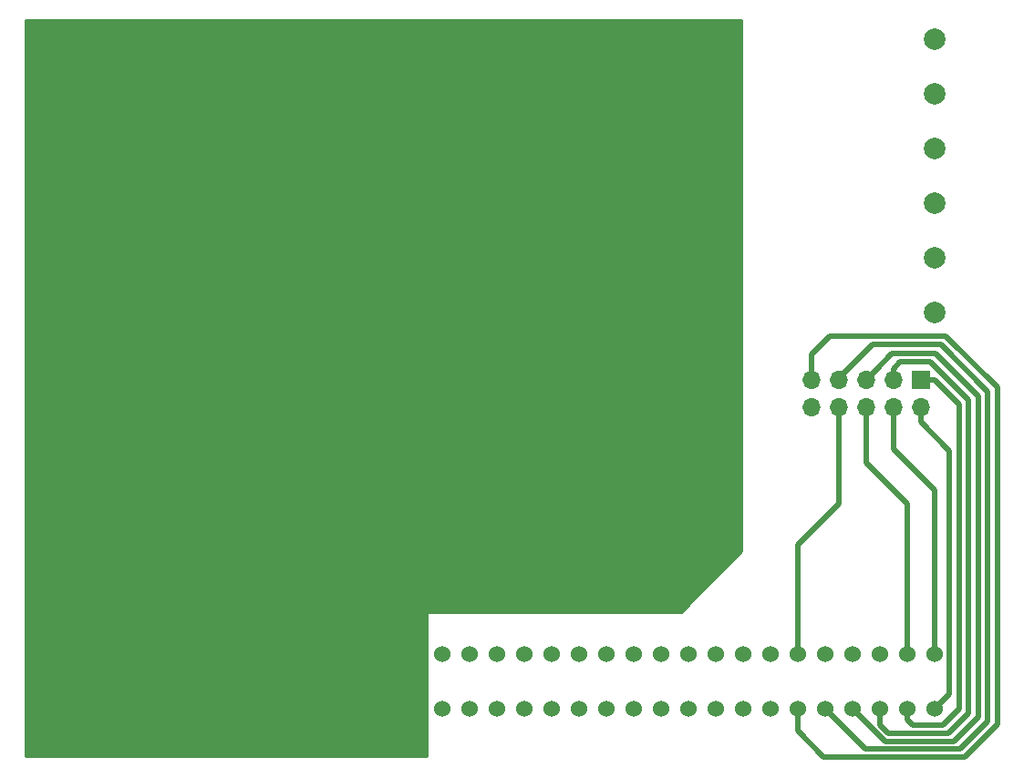
<source format=gbr>
G04 #@! TF.GenerationSoftware,KiCad,Pcbnew,(5.0.0-3-g5ebb6b6)*
G04 #@! TF.CreationDate,2019-03-06T20:47:56+00:00*
G04 #@! TF.ProjectId,ServerPSU_Breakout,5365727665725053555F427265616B6F,rev?*
G04 #@! TF.SameCoordinates,Original*
G04 #@! TF.FileFunction,Copper,L1,Top,Signal*
G04 #@! TF.FilePolarity,Positive*
%FSLAX46Y46*%
G04 Gerber Fmt 4.6, Leading zero omitted, Abs format (unit mm)*
G04 Created by KiCad (PCBNEW (5.0.0-3-g5ebb6b6)) date Wednesday, 06 March 2019 at 20:47:56*
%MOMM*%
%LPD*%
G01*
G04 APERTURE LIST*
G04 #@! TA.AperFunction,ComponentPad*
%ADD10C,1.524000*%
G04 #@! TD*
G04 #@! TA.AperFunction,ComponentPad*
%ADD11C,2.000000*%
G04 #@! TD*
G04 #@! TA.AperFunction,ComponentPad*
%ADD12R,1.700000X1.700000*%
G04 #@! TD*
G04 #@! TA.AperFunction,ComponentPad*
%ADD13O,1.700000X1.700000*%
G04 #@! TD*
G04 #@! TA.AperFunction,Conductor*
%ADD14C,0.500000*%
G04 #@! TD*
G04 #@! TA.AperFunction,Conductor*
%ADD15C,0.254000*%
G04 #@! TD*
G04 APERTURE END LIST*
D10*
G04 #@! TO.P,J_PSU_IN1,32*
G04 #@! TO.N,/SDA*
X190500000Y-116840000D03*
G04 #@! TO.P,J_PSU_IN1,30*
G04 #@! TO.N,/GND*
X185420000Y-116840000D03*
G04 #@! TO.P,J_PSU_IN1,29*
G04 #@! TO.N,N/C*
X182880000Y-116840000D03*
G04 #@! TO.P,J_PSU_IN1,28*
X180340000Y-116840000D03*
G04 #@! TO.P,J_PSU_IN1,27*
G04 #@! TO.N,/ADDR*
X177800000Y-116840000D03*
G04 #@! TO.P,J_PSU_IN1,26*
G04 #@! TO.N,/GND*
X175260000Y-116840000D03*
G04 #@! TO.P,J_PSU_IN1,25*
X172720000Y-116840000D03*
G04 #@! TO.P,J_PSU_IN1,24*
X170180000Y-116840000D03*
G04 #@! TO.P,J_PSU_IN1,23*
X167640000Y-116840000D03*
G04 #@! TO.P,J_PSU_IN1,22*
X165100000Y-116840000D03*
G04 #@! TO.P,J_PSU_IN1,21*
X162560000Y-116840000D03*
G04 #@! TO.P,J_PSU_IN1,20*
X160020000Y-116840000D03*
G04 #@! TO.P,J_PSU_IN1,19*
X157480000Y-116840000D03*
G04 #@! TO.P,J_PSU_IN1,18*
X154940000Y-116840000D03*
G04 #@! TO.P,J_PSU_IN1,17*
X152400000Y-116840000D03*
G04 #@! TO.P,J_PSU_IN1,16*
X149860000Y-116840000D03*
G04 #@! TO.P,J_PSU_IN1,15*
X147320000Y-116840000D03*
G04 #@! TO.P,J_PSU_IN1,14*
X144780000Y-116840000D03*
G04 #@! TO.P,J_PSU_IN1,13*
G04 #@! TO.N,/12V*
X142240000Y-116840000D03*
G04 #@! TO.P,J_PSU_IN1,12*
X139700000Y-116840000D03*
G04 #@! TO.P,J_PSU_IN1,11*
X137160000Y-116840000D03*
G04 #@! TO.P,J_PSU_IN1,10*
X134620000Y-116840000D03*
G04 #@! TO.P,J_PSU_IN1,9*
X132080000Y-116840000D03*
G04 #@! TO.P,J_PSU_IN1,8*
X129540000Y-116840000D03*
G04 #@! TO.P,J_PSU_IN1,7*
X127000000Y-116840000D03*
G04 #@! TO.P,J_PSU_IN1,6*
X124460000Y-116840000D03*
G04 #@! TO.P,J_PSU_IN1,5*
X121920000Y-116840000D03*
G04 #@! TO.P,J_PSU_IN1,4*
X119380000Y-116840000D03*
G04 #@! TO.P,J_PSU_IN1,3*
X116840000Y-116840000D03*
G04 #@! TO.P,J_PSU_IN1,2*
X114300000Y-116840000D03*
G04 #@! TO.P,J_PSU_IN1,1*
X111760000Y-116840000D03*
G04 #@! TO.P,J_PSU_IN1,31*
G04 #@! TO.N,/SCL*
X187960000Y-116840000D03*
G04 #@! TO.P,J_PSU_IN1,33*
G04 #@! TO.N,/PSON*
X190500000Y-121920000D03*
G04 #@! TO.P,J_PSU_IN1,34*
G04 #@! TO.N,/ISHARE*
X187960000Y-121920000D03*
G04 #@! TO.P,J_PSU_IN1,35*
G04 #@! TO.N,/PSOK*
X185420000Y-121920000D03*
G04 #@! TO.P,J_PSU_IN1,36*
G04 #@! TO.N,/PRESENT*
X182880000Y-121920000D03*
G04 #@! TO.P,J_PSU_IN1,37*
G04 #@! TO.N,/12VSB*
X180340000Y-121920000D03*
G04 #@! TO.P,J_PSU_IN1,38*
G04 #@! TO.N,/PSINTERRUPT*
X177800000Y-121920000D03*
G04 #@! TO.P,J_PSU_IN1,39*
G04 #@! TO.N,/GND*
X175260000Y-121920000D03*
G04 #@! TO.P,J_PSU_IN1,40*
X172720000Y-121920000D03*
G04 #@! TO.P,J_PSU_IN1,41*
X170180000Y-121920000D03*
G04 #@! TO.P,J_PSU_IN1,42*
X167640000Y-121920000D03*
G04 #@! TO.P,J_PSU_IN1,43*
X165100000Y-121920000D03*
G04 #@! TO.P,J_PSU_IN1,44*
X162560000Y-121920000D03*
G04 #@! TO.P,J_PSU_IN1,45*
X160020000Y-121920000D03*
G04 #@! TO.P,J_PSU_IN1,46*
X157480000Y-121920000D03*
G04 #@! TO.P,J_PSU_IN1,47*
X154940000Y-121920000D03*
G04 #@! TO.P,J_PSU_IN1,48*
X152400000Y-121920000D03*
G04 #@! TO.P,J_PSU_IN1,49*
X149860000Y-121920000D03*
G04 #@! TO.P,J_PSU_IN1,50*
X147320000Y-121920000D03*
G04 #@! TO.P,J_PSU_IN1,51*
X144780000Y-121920000D03*
G04 #@! TO.P,J_PSU_IN1,52*
G04 #@! TO.N,/12V*
X142240000Y-121920000D03*
G04 #@! TO.P,J_PSU_IN1,53*
X139700000Y-121920000D03*
G04 #@! TO.P,J_PSU_IN1,54*
X137160000Y-121920000D03*
G04 #@! TO.P,J_PSU_IN1,55*
X134620000Y-121920000D03*
G04 #@! TO.P,J_PSU_IN1,56*
X132080000Y-121920000D03*
G04 #@! TO.P,J_PSU_IN1,57*
X129540000Y-121920000D03*
G04 #@! TO.P,J_PSU_IN1,58*
X127000000Y-121920000D03*
G04 #@! TO.P,J_PSU_IN1,59*
X124460000Y-121920000D03*
G04 #@! TO.P,J_PSU_IN1,60*
X121920000Y-121920000D03*
G04 #@! TO.P,J_PSU_IN1,61*
X119380000Y-121920000D03*
G04 #@! TO.P,J_PSU_IN1,62*
X116840000Y-121920000D03*
G04 #@! TO.P,J_PSU_IN1,63*
X114300000Y-121920000D03*
G04 #@! TO.P,J_PSU_IN1,64*
X111760000Y-121920000D03*
G04 #@! TD*
D11*
G04 #@! TO.P,J_GND1,6*
G04 #@! TO.N,/GND*
X190500000Y-85090000D03*
G04 #@! TO.P,J_GND1,5*
X190500000Y-80010000D03*
G04 #@! TO.P,J_GND1,4*
X190500000Y-74930000D03*
G04 #@! TO.P,J_GND1,3*
X190500000Y-69850000D03*
G04 #@! TO.P,J_GND1,2*
X190500000Y-64770000D03*
G04 #@! TO.P,J_GND1,1*
X190500000Y-59690000D03*
G04 #@! TD*
G04 #@! TO.P,J_VOUT1,1*
G04 #@! TO.N,/12V*
X111760000Y-59690000D03*
G04 #@! TO.P,J_VOUT1,2*
X111760000Y-64770000D03*
G04 #@! TO.P,J_VOUT1,3*
X111760000Y-69850000D03*
G04 #@! TO.P,J_VOUT1,4*
X111760000Y-74930000D03*
G04 #@! TO.P,J_VOUT1,5*
X111760000Y-80010000D03*
G04 #@! TO.P,J_VOUT1,6*
X111760000Y-85090000D03*
G04 #@! TD*
D12*
G04 #@! TO.P,J_DATA1,1*
G04 #@! TO.N,/ISHARE*
X189230000Y-91313000D03*
D13*
G04 #@! TO.P,J_DATA1,2*
G04 #@! TO.N,/PSON*
X189230000Y-93853000D03*
G04 #@! TO.P,J_DATA1,3*
G04 #@! TO.N,/PSOK*
X186690000Y-91313000D03*
G04 #@! TO.P,J_DATA1,4*
G04 #@! TO.N,/SDA*
X186690000Y-93853000D03*
G04 #@! TO.P,J_DATA1,5*
G04 #@! TO.N,/PRESENT*
X184150000Y-91313000D03*
G04 #@! TO.P,J_DATA1,6*
G04 #@! TO.N,/SCL*
X184150000Y-93853000D03*
G04 #@! TO.P,J_DATA1,7*
G04 #@! TO.N,/12VSB*
X181610000Y-91313000D03*
G04 #@! TO.P,J_DATA1,8*
G04 #@! TO.N,/ADDR*
X181610000Y-93853000D03*
G04 #@! TO.P,J_DATA1,9*
G04 #@! TO.N,/PSINTERRUPT*
X179070000Y-91313000D03*
G04 #@! TO.P,J_DATA1,10*
G04 #@! TO.N,/GND*
X179070000Y-93853000D03*
G04 #@! TD*
D14*
G04 #@! TO.N,/ADDR*
X177800000Y-106680000D02*
X177800000Y-116840000D01*
X181610000Y-102870000D02*
X177800000Y-106680000D01*
X181610000Y-93853000D02*
X181610000Y-102870000D01*
G04 #@! TO.N,/SCL*
X184150000Y-99060000D02*
X184150000Y-93853000D01*
X187960000Y-102870000D02*
X184150000Y-99060000D01*
X187960000Y-116840000D02*
X187960000Y-102870000D01*
G04 #@! TO.N,/SDA*
X190500000Y-101600000D02*
X190500000Y-116840000D01*
X186690000Y-97790000D02*
X190500000Y-101600000D01*
X186690000Y-94107000D02*
X186690000Y-97790000D01*
X186817000Y-93980000D02*
X186690000Y-94107000D01*
G04 #@! TO.N,/PSON*
X189230000Y-95250000D02*
X189230000Y-93726000D01*
X191897000Y-97917000D02*
X189230000Y-95250000D01*
X191897000Y-120523000D02*
X191897000Y-97917000D01*
X190500000Y-121920000D02*
X191897000Y-120523000D01*
G04 #@! TO.N,/ISHARE*
X187960000Y-122936000D02*
X187960000Y-121920000D01*
X191262000Y-123444000D02*
X188468000Y-123444000D01*
X188468000Y-123444000D02*
X187960000Y-122936000D01*
X189230000Y-91313000D02*
X190500000Y-91313000D01*
X192786000Y-93599000D02*
X192786000Y-121920000D01*
X190500000Y-91313000D02*
X192786000Y-93599000D01*
X192786000Y-121920000D02*
X191262000Y-123444000D01*
G04 #@! TO.N,/PSOK*
X186690000Y-90297000D02*
X186690000Y-91313000D01*
X187325000Y-89662000D02*
X186690000Y-90297000D01*
X190119000Y-89662000D02*
X187325000Y-89662000D01*
X193675000Y-122301000D02*
X193675000Y-93218000D01*
X193675000Y-93218000D02*
X190119000Y-89662000D01*
X191770000Y-124206000D02*
X193675000Y-122301000D01*
X186182000Y-124206000D02*
X191770000Y-124206000D01*
X185420000Y-123444000D02*
X186182000Y-124206000D01*
X185420000Y-121920000D02*
X185420000Y-123444000D01*
G04 #@! TO.N,/PRESENT*
X184999999Y-90463001D02*
X184150000Y-91313000D01*
X186563000Y-88900000D02*
X184999999Y-90463001D01*
X190627000Y-88900000D02*
X186563000Y-88900000D01*
X194564000Y-122682000D02*
X194564000Y-92837000D01*
X192278002Y-124967998D02*
X194564000Y-122682000D01*
X194564000Y-92837000D02*
X190627000Y-88900000D01*
X185927998Y-124967998D02*
X192278002Y-124967998D01*
X182880000Y-121920000D02*
X185927998Y-124967998D01*
G04 #@! TO.N,/12VSB*
X181610000Y-91186000D02*
X184719989Y-88076011D01*
X191073011Y-88076011D02*
X195453000Y-92456000D01*
X195453000Y-92456000D02*
X195453000Y-123063000D01*
X184088009Y-125668009D02*
X181101999Y-122681999D01*
X195453000Y-123063000D02*
X192847991Y-125668009D01*
X181101999Y-122681999D02*
X180340000Y-121920000D01*
X192847991Y-125668009D02*
X184088009Y-125668009D01*
X184719989Y-88076011D02*
X191073011Y-88076011D01*
G04 #@! TO.N,/PSINTERRUPT*
X177800000Y-123952000D02*
X177800000Y-121920000D01*
X180216020Y-126368020D02*
X177800000Y-123952000D01*
X196324990Y-123334010D02*
X193290980Y-126368020D01*
X193290980Y-126368020D02*
X180216020Y-126368020D01*
X180788919Y-87249000D02*
X191516000Y-87249000D01*
X196324990Y-92057990D02*
X196324990Y-123334010D01*
X191516000Y-87249000D02*
X196324990Y-92057990D01*
X179070000Y-88967919D02*
X180788919Y-87249000D01*
X179070000Y-91313000D02*
X179070000Y-88967919D01*
G04 #@! TD*
D15*
G04 #@! TO.N,/12V*
G36*
X172593000Y-107262394D02*
X166952394Y-112903000D01*
X143510000Y-112903000D01*
X143461399Y-112912667D01*
X143420197Y-112940197D01*
X143392667Y-112981399D01*
X143383000Y-113030000D01*
X143383000Y-126290000D01*
X106120000Y-126290000D01*
X106120000Y-57860000D01*
X172593000Y-57860000D01*
X172593000Y-107262394D01*
X172593000Y-107262394D01*
G37*
X172593000Y-107262394D02*
X166952394Y-112903000D01*
X143510000Y-112903000D01*
X143461399Y-112912667D01*
X143420197Y-112940197D01*
X143392667Y-112981399D01*
X143383000Y-113030000D01*
X143383000Y-126290000D01*
X106120000Y-126290000D01*
X106120000Y-57860000D01*
X172593000Y-57860000D01*
X172593000Y-107262394D01*
G04 #@! TD*
M02*

</source>
